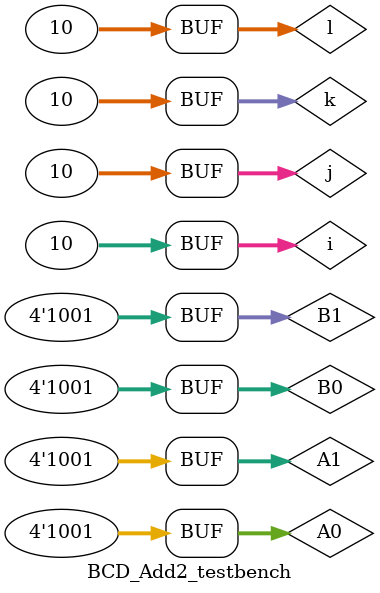
<source format=sv>
module BCD_Add2(A1, A0, B1, B0, S0, S1, S2);
	input [3:0] A0, A1, B0, B1;
	output [3:0] S0, S1, S2;
	reg C0, C1, C2;
	logic [3:0] Z0, Z1;
	reg [4:0]T0, T1;
	
	assign T0 = A0 + B0;
	always @(T0) begin
		if(T0 > 9) begin
			Z0 = 10;
			C1 = 1;
		end else begin
			Z0 = 0;
			C1 = 0;
		end
	end	
	assign S0 = T0 - Z0;
	assign T1 = A1 + B1 + C1;
	always @(T1) begin
		if (T1 > 9) begin
			Z1 = 10;
			C2 = 1;
		end else begin
			Z1 = 0;
			C2 = 0;
		end
	end
	assign S1 = T1 - Z1;
	assign S2 = C2;
endmodule

module BCD_Add2_testbench;
	logic [3:0] A0, A1, B0, B1;
	logic [3:0] S0, S1, S2;
	BCD_Add2 dut(A1, A0, B1, B0, S2, S1, S0);
	integer i, j, k, l;
	initial begin
	
		for (i = 0; i < 10; i++) begin
		A0 = i;
		#10;
			for (j = 0; j < 10; j++) begin
			A1 = j;
			#10;
				for (k = 0; k < 10; k++) begin
				B0 = k;
				#10;
					for (l = 0; l < 10; l++) begin
					B1 = l;
					#10;
						$display("A1, A0, B1, B0, S0, S1, S2");
						$monitor("%d, %d, %d, %d, %d, %d, %d",A1, A0, B1, B0, S0, S1, S2);
						#10;
					end
				end
			end
		end
	end	
	
endmodule	
	

</source>
